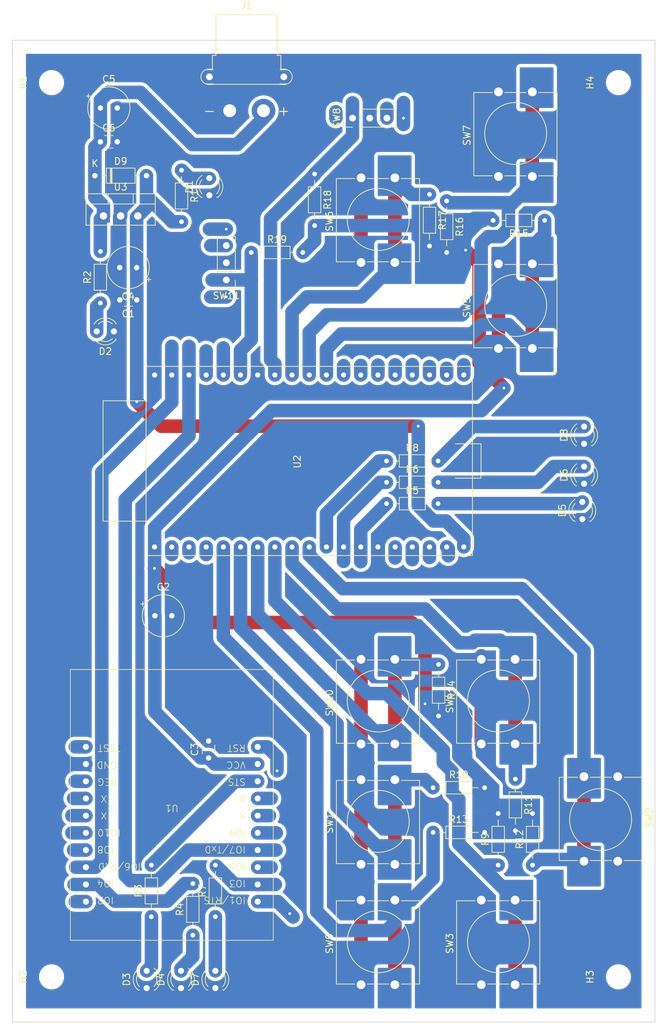
<source format=kicad_pcb>
(kicad_pcb (version 20221018) (generator pcbnew)
  (layers (0 "F.Cu" signal) (31 "B.Cu" signal) (34 "B.Paste" user) (35 "F.Paste" user) (36 "B.SilkS" user "B.Silkscreen") (37 "F.SilkS" user "F.Silkscreen") (38 "B.Mask" user) (39 "F.Mask" user) (44 "Edge.Cuts" user))
  (net 0 "")
  (net 1 "+3.3V")
  (net 2 "GND")
  (net 3 "+5V")
  (net 4 "+BATT")
  (net 5 "Net-(D1-A)")
  (net 6 "Net-(D2-A)")
  (net 7 "Net-(D3-A)")
  (net 8 "Net-(D4-A)")
  (net 9 "Net-(D5-A)")
  (net 10 "Net-(D6-A)")
  (net 11 "Net-(D7-A)")
  (net 12 "sw1")
  (net 13 "sw2")
  (net 14 "sw3")
  (net 15 "sw4")
  (net 16 "sw5")
  (net 17 "sw6")
  (net 18 "sw7")
  (net 19 "sw8")
  (net 20 "sw9")
  (net 21 "LED1")
  (net 22 "LED2")
  (net 23 "LED3")
  (net 24 "STATUS")
  (net 25 "SLEEP")
  (net 26 "XMIT")
  (net 27 "unconnected-(U2-MTCK{slash}GPIO13{slash}13-Pad15)")
  (net 28 "unconnected-(U2-SHD{slash}SD3{slash}SD_DATA_3{slash}D3-Pad17)")
  (net 29 "unconnected-(U2-SHD{slash}SD2{slash}SD_DATA_2{slash}D2-Pad16)")
  (net 30 "unconnected-(U2-SENSOR_VN{slash}VN-Pad4)")
  (net 31 "unconnected-(U2-EN-Pad2)")
  (net 32 "unconnected-(U2-SENSOR_VP{slash}VP-Pad3)")
  (net 33 "unconnected-(U2-SCS{slash}CMD{slash}CD_CMD-Pad18)")
  (net 34 "unconnected-(U2-16{slash}GPIO16-Pad27)")
  (net 35 "IM920TX")
  (net 36 "BUSY")
  (net 37 "sw11")
  (net 38 "unconnected-(SW11-S-Pad3)")
  (net 39 "unconnected-(U2-15{slash}GPIO15{slash}MTDO-Pad23)")
  (net 40 "IM920RX")
  (net 41 "unconnected-(U2-2{slash}GPIO2-Pad24)")
  (net 42 "unconnected-(U2-0{slash}GPIO0-Pad25)")
  (net 43 "unconnected-(U2-SD_DATA_0{slash}SDI{slash}SD1-Pad21)")
  (net 44 "unconnected-(U2-SD_SATA_1{slash}SDO{slash}SD0-Pad22)")
  (net 45 "RESET")
  (net 46 "unconnected-(U2-CD_CLK{slash}SDK{slash}SLK-Pad20)")
  (net 47 "REG")
  (net 48 "Net-(D8-A)")
  (net 49 "unconnected-(SW8-S-Pad3)")
  (net 50 "unconnected-(U1-IO2-Pad2)")
  (net 51 "unconnected-(U1-IO5-Pad5)")
  (net 52 "unconnected-(U1-IO8-Pad8)")
  (net 53 "unconnected-(U1-IO9-Pad9)")
  (net 54 "unconnected-(U1-IO10-Pad10)")
  (net 55 "unconnected-(U1-NC-Pad11)")
  (net 56 "unconnected-(U1-NC-Pad12)")
  (net 57 "unconnected-(U1-NC-Pad13)")
  (net 58 "unconnected-(U1-NC-Pad14)")
  (net 59 "unconnected-(U1-TEST-Pad20)")
  (net 60 "sw10")
  (net 61 "unconnected-(U2-4{slash}GPIO4-Pad26)")
  (net 62 "unconnected-(U2-RX{slash}UORXD-Pad34)")
  (net 63 "unconnected-(U2-TX{slash}UOTXD-Pad35)")
  (footprint "Resistor_THT:R_Axial_DIN0204_L3.6mm_D1.6mm_P7.62mm_Horizontal" (layer "F.Cu") (at 135.99 56.139261)
    (fp_text reference "R19")
    (fp_text value "10k")
  )
  (footprint "Resistor_THT:R_Axial_DIN0204_L3.6mm_D1.6mm_P7.62mm_Horizontal" (layer "F.Cu") (at 162.87 141.8)
    (fp_text reference "R13")
    (fp_text value "10k")
  )
  (footprint "ESP32_fot:ESP32" (layer "F.Cu") (at 144.56 86.94 90)
    (fp_text reference "U2")
    (fp_text value "ESP32")
  )
  (footprint "MountingHole:MountingHole_3.2mm_M3" (layer "F.Cu") (at 106.46 163.14 90)
    (fp_text reference "H2")
    (fp_text value "MountingHole")
  )
  (footprint "Button_Switch_THT:SW_PUSH-12mm" (layer "F.Cu") (at 190.18 133.56 -90)
    (fp_text reference "SW2")
    (fp_text value "SW_DIP_x01")
  )
  (footprint "Resistor_THT:R_Axial_DIN0204_L3.6mm_D1.6mm_P7.62mm_Horizontal" (layer "F.Cu") (at 163.68 116.99 -90)
    (fp_text reference "R14")
    (fp_text value "10k")
  )
  (footprint "Resistor_THT:R_Axial_DIN0204_L3.6mm_D1.6mm_P7.62mm_Horizontal" (layer "F.Cu") (at 155.99 86.94)
    (fp_text reference "R8")
    (fp_text value "1k")
  )
  (footprint "Button_Switch_THT:SW_PUSH-12mm" (layer "F.Cu") (at 152.22 57.62 90)
    (fp_text reference "SW6")
    (fp_text value "SW_DIP_x01")
  )
  (footprint "LED_THT:LED_D3.0mm" (layer "F.Cu") (at 120.52 164.8 90)
    (fp_text reference "D3")
    (fp_text value "LED")
  )
  (footprint "Capacitor_THT:C_Disc_D3.0mm_W1.6mm_P2.50mm" (layer "F.Cu") (at 113.68 39.8)
    (fp_text reference "C6")
    (fp_text value "0.1μ")
  )
  (footprint "MountingHole:MountingHole_3.2mm_M3" (layer "F.Cu") (at 190.28 163.14 90)
    (fp_text reference "H3")
    (fp_text value "MountingHole")
  )
  (footprint "Capacitor_THT:C_Disc_D3.0mm_W1.6mm_P2.50mm" (layer "F.Cu") (at 119.059749 63.150595 180)
    (fp_text reference "C1")
    (fp_text value "0.1μ")
  )
  (footprint "Resistor_THT:R_Axial_DIN0204_L3.6mm_D1.6mm_P7.62mm_Horizontal" (layer "F.Cu") (at 113.68 63.61 90)
    (fp_text reference "R2")
    (fp_text value "R")
  )
  (footprint "Resistor_THT:R_Axial_DIN0204_L3.6mm_D1.6mm_P7.62mm_Horizontal" (layer "F.Cu") (at 155.99 90.09)
    (fp_text reference "R6")
    (fp_text value "1k")
  )
  (footprint "MountingHole:MountingHole_3.2mm_M3" (layer "F.Cu") (at 106.46 31.06 90)
    (fp_text reference "H1")
    (fp_text value "MountingHole")
  )
  (footprint "Connector_PinHeader_2.54mm:PinHeader_1x03_P2.54mm_Vertical" (layer "F.Cu") (at 132.3 60.2 180)
    (fp_text reference "SW11")
    (fp_text value "TOGGLE")
  )
  (footprint "Package_TO_SOT_THT:TO-220-3_Vertical" (layer "F.Cu") (at 114.14 50.745)
    (fp_text reference "U3")
    (fp_text value "LM7805_TO220")
  )
  (footprint "Diode_THT:D_DO-35_SOD27_P7.62mm_Horizontal" (layer "F.Cu") (at 112.87 44.8)
    (fp_text reference "D9")
    (fp_text value "D")
  )
  (footprint "Button_Switch_THT:SW_PUSH-12mm" (layer "F.Cu") (at 172.54 70.32 90)
    (fp_text reference "SW5")
    (fp_text value "SW_DIP_x01")
  )
  (footprint "LED_THT:LED_D3.0mm" (layer "F.Cu") (at 130.68 164.8 90)
    (fp_text reference "D7")
    (fp_text value "LED")
  )
  (footprint "Resistor_THT:R_Axial_DIN0204_L3.6mm_D1.6mm_P7.62mm_Horizontal" (layer "F.Cu") (at 162.34 47.57 -90)
    (fp_text reference "R17")
    (fp_text value "10k")
  )
  (footprint "Resistor_THT:R_Axial_DIN0204_L3.6mm_D1.6mm_P7.62mm_Horizontal" (layer "F.Cu") (at 162.87 135.2)
    (fp_text reference "R10")
    (fp_text value "10k")
  )
  (footprint "Capacitor_THT:CP_Radial_Tantal_D6.0mm_P2.50mm" (layer "F.Cu") (at 121.74 109.8)
    (fp_text reference "C2")
    (fp_text value "10μ")
  )
  (footprint "Resistor_THT:R_Axial_DIN0204_L3.6mm_D1.6mm_P7.62mm_Horizontal" (layer "F.Cu") (at 155.99 93.24)
    (fp_text reference "R5")
    (fp_text value "1k")
  )
  (footprint "Resistor_THT:R_Axial_DIN0204_L3.6mm_D1.6mm_P7.62mm_Horizontal" (layer "F.Cu") (at 127.35 156.98 90)
    (fp_text reference "R4")
    (fp_text value "R")
  )
  (footprint "LED_THT:LED_D3.0mm" (layer "F.Cu") (at 184.94 95.53 90)
    (fp_text reference "D5")
    (fp_text value "LED")
  )
  (footprint "Capacitor_THT:CP_Radial_Tantal_D6.0mm_P2.50mm" (layer "F.Cu") (at 113.68 34.8)
    (fp_text reference "C5")
    (fp_text value "10μ")
  )
  (footprint "Button_Switch_THT:SW_PUSH-12mm" (layer "F.Cu") (at 152.22 128.74 90)
    (fp_text reference "SW10")
    (fp_text value "SW_DIP_x01")
  )
  (footprint "Resistor_THT:R_Axial_DIN0204_L3.6mm_D1.6mm_P7.62mm_Horizontal" (layer "F.Cu") (at 164.88 48.526 -90)
    (fp_text reference "R16")
    (fp_text value "10k")
  )
  (footprint "Capacitor_THT:CP_Radial_Tantal_D6.0mm_P2.50mm" (layer "F.Cu") (at 119.04 58.38 180)
    (fp_text reference "C4")
    (fp_text value "10μ")
  )
  (footprint "Button_Switch_THT:SW_PUSH-12mm" (layer "F.Cu") (at 172.54 44.92 90)
    (fp_text reference "SW7")
    (fp_text value "SW_DIP_x01")
  )
  (footprint "LED_THT:LED_D3.0mm" (layer "F.Cu") (at 185.2 84.4 90)
    (fp_text reference "D8")
    (fp_text value "LED")
  )
  (footprint "Button_Switch_THT:SW_PUSH-12mm" (layer "F.Cu") (at 170 164.3 90)
    (fp_text reference "SW3")
    (fp_text value "SW_DIP_x01")
  )
  (footprint "Capacitor_THT:C_Disc_D3.0mm_W1.6mm_P2.50mm" (layer "F.Cu") (at 129.68 130.8 90)
    (fp_text reference "C3")
    (fp_text value "0.1μ")
  )
  (footprint "Button_Switch_THT:SW_PUSH-12mm" (layer "F.Cu") (at 170 128.74 90)
    (fp_text reference "SW4")
    (fp_text value "SW_DIP_x01")
  )
  (footprint "LED_THT:LED_D3.0mm" (layer "F.Cu") (at 125.6 164.8 90)
    (fp_text reference "D4")
    (fp_text value "LED")
  )
  (footprint "Resistor_THT:R_Axial_DIN0204_L3.6mm_D1.6mm_P7.62mm_Horizontal" (layer "F.Cu") (at 179.365723 51.407958 180)
    (fp_text reference "R15")
    (fp_text value "10k")
  )
  (footprint "Button_Switch_THT:SW_PUSH-12mm" (layer "F.Cu") (at 152.22 164.3 90)
    (fp_text reference "SW9")
    (fp_text value "SW_DIP_x01")
  )
  (footprint "Resistor_THT:R_Axial_DIN0204_L3.6mm_D1.6mm_P7.62mm_Horizontal" (layer "F.Cu") (at 130.68 154.25 90)
    (fp_text reference "R7")
    (fp_text value "R")
  )
  (footprint "LED_THT:LED_D3.0mm" (layer "F.Cu") (at 185.2 90.3 90)
    (fp_text reference "D6")
    (fp_text value "LED")
  )
  (footprint "Resistor_THT:R_Axial_DIN0204_L3.6mm_D1.6mm_P7.62mm_Horizontal" (layer "F.Cu") (at 125.68 43.99 -90)
    (fp_text reference "R1")
    (fp_text value "R")
  )
  (footprint "MountingHole:MountingHole_3.2mm_M3" (layer "F.Cu") (at 190.28 31.06 90)
    (fp_text reference "H4")
    (fp_text value "MountingHole")
  )
  (footprint "Resistor_THT:R_Axial_DIN0204_L3.6mm_D1.6mm_P7.62mm_Horizontal" (layer "F.Cu") (at 172.5 146.63 90)
    (fp_text reference "R9")
    (fp_text value "10k")
  )
  (footprint "interplan:IM920c-ADP_1" (layer "F.Cu") (at 124.24 137.74 180)
    (fp_text reference "U1")
    (fp_text value "IM920sL")
  )
  (footprint "LED_THT:LED_D3.0mm" (layer "F.Cu") (at 129.8 47.7 90)
    (fp_text reference "D1")
    (fp_text value "LED")
  )
  (footprint "Connector_PinHeader_2.54mm:PinHeader_1x03_P2.54mm_Vertical" (layer "F.Cu") (at 150.96 36.3 90)
    (fp_text reference "SW8")
    (fp_text value "TOGGLE")
  )
  (footprint "Resistor_THT:R_Axial_DIN0204_L3.6mm_D1.6mm_P7.62mm_Horizontal" (layer "F.Cu") (at 175.04 133.93 -90)
    (fp_text reference "R11")
    (fp_text value "10k")
  )
  (footprint "Resistor_THT:R_Axial_DIN0204_L3.6mm_D1.6mm_P7.62mm_Horizontal" (layer "F.Cu") (at 145.35 44.55 -90)
    (fp_text reference "R18")
    (fp_text value "10k")
  )
  (footprint "LED_THT:LED_D3.0mm" (layer "F.Cu") (at 115.68 67.8 180)
    (fp_text reference "D2")
    (fp_text value "LED")
  )
  (footprint "Connector_AMASS:AMASS_XT30PW-F_1x02_P2.50mm_Horizontal" (layer "F.Cu") (at 132.8 35.2)
    (fp_text reference "J1")
    (fp_text value "Conn_01x02")
  )
  (footprint "Button_Switch_THT:SW_PUSH-12mm" (layer "F.Cu") (at 152.22 146.52 90)
    (fp_text reference "SW1")
    (fp_text value "SW_DIP_x01")
  )
  (footprint "Resistor_THT:R_Axial_DIN0204_L3.6mm_D1.6mm_P7.62mm_Horizontal" (layer "F.Cu") (at 177.58 146.63 90)
    (fp_text reference "R12")
    (fp_text value "10k")
  )
  (footprint "Resistor_THT:R_Axial_DIN0204_L3.6mm_D1.6mm_P7.62mm_Horizontal" (layer "F.Cu") (at 121.22 154.25 90)
    (fp_text reference "R3")
    (fp_text value "R")
  )
  (gr_rect (start 100.68 24.8) (end 195.68 169.8) (stroke (width 0.1)) (fill none) (layer "Edge.Cuts"))
  (via (at 148.5 36.3) (size 0.8) (drill 0.4) (layers "F.Cu" "B.Cu") (net 0))
  (via (at 158.5 36.3) (size 0.8) (drill 0.4) (layers "F.Cu" "B.Cu") (net 0))
  (via (at 132.3 52.7) (size 0.8) (drill 0.4) (layers "F.Cu" "B.Cu") (net 0))
  (via (at 132.3 62.7) (size 0.8) (drill 0.4) (layers "F.Cu" "B.Cu") (net 0))
  (segment (start 158.5 36.3) (end 158.5 34) (width 2) (layer "B.Cu") (net 0))
  (segment (start 132.278533 62.721467) (end 130 62.721467) (width 2) (layer "B.Cu") (net 0))
  (segment (start 132.3 52.7) (end 129.8 52.7) (width 2) (layer "B.Cu") (net 0))
  (segment (start 158.5 36.3) (end 158.5 37.232) (width 2) (layer "B.Cu") (net 0))
  (segment (start 132.3 62.7) (end 132.278533 62.721467) (width 2) (layer "B.Cu") (net 0))
  (segment (start 148.5 36.3) (end 148.5 35.36) (width 2) (layer "B.Cu") (net 0))
  (segment (start 167.68 55.8) (end 169.68 57.8) (width 2) (layer "F.Cu") (net 1))
  (segment (start 173.35 76.17) (end 169.68 72.5) (width 2) (layer "F.Cu") (net 1))
  (segment (start 161.68 112.8) (end 161.68 122.8) (width 2) (layer "F.Cu") (net 1))
  (segment (start 159.68 110.8) (end 161.68 112.8) (width 2) (layer "F.Cu") (net 1))
  (segment (start 169.68 72.5) (end 169.68 57.8) (width 2) (layer "F.Cu") (net 1))
  (segment (start 129.68 110.8) (end 159.68 110.8) (width 2) (layer "F.Cu") (net 1))
  (segment (start 121.68 102.8) (end 129.68 110.8) (width 2) (layer "F.Cu") (net 1))
  (via (at 173.35 76.17) (size 0.8) (drill 0.4) (layers "F.Cu" "B.Cu") (net 1))
  (via (at 161.68 122.8) (size 0.8) (drill 0.4) (layers "F.Cu" "B.Cu") (net 1))
  (via (at 121.68 102.8) (size 0.8) (drill 0.4) (layers "F.Cu" "B.Cu") (net 1))
  (via (at 167.68 55.8) (size 0.8) (drill 0.4) (layers "F.Cu" "B.Cu") (net 1))
  (segment (start 168.97 51.1) (end 171.402042 51.1) (width 2) (layer "B.Cu") (net 1))
  (segment (start 177.58 139.01) (end 175.04 141.55) (width 2) (layer "B.Cu") (net 1))
  (segment (start 145.35 54.399261) (end 143.61 56.139261) (width 2) (layer "B.Cu") (net 1))
  (segment (start 173.35 76.17) (end 170.02 79.5) (width 2) (layer "B.Cu") (net 1))
  (segment (start 162.34 56.46) (end 164.88 59) (width 2) (layer "B.Cu") (net 1))
  (segment (start 165.475 54.595) (end 168.97 51.1) (width 2) (layer "B.Cu") (net 1))
  (segment (start 145.35 52.17) (end 162.3 52.17) (width 2) (layer "B.Cu") (net 1))
  (segment (start 170.49 141.8) (end 170.49 141.02) (width 2) (layer "B.Cu") (net 1))
  (segment (start 121.7 102.82) (end 121.7 109.76) (width 2) (layer "B.Cu") (net 1))
  (segment (start 136.94 131.71) (end 130.59 131.71) (width 2) (layer "B.Cu") (net 1))
  (segment (start 128.54863 130.8) (end 121.74 123.99137) (width 2) (layer "B.Cu") (net 1))
  (segment (start 121.7 109.76) (end 121.74 109.8) (width 2) (layer "B.Cu") (net 1))
  (segment (start 164.88 57.78) (end 164.88 59) (width 2) (layer "B.Cu") (net 1))
  (segment (start 164.88 55.19) (end 165.475 54.595) (width 2) (layer "B.Cu") (net 1))
  (segment (start 171.402042 51.1) (end 171.71 51.407958) (width 2) (layer "B.Cu") (net 1))
  (segment (start 170.49 134.357308) (end 166.68 130.547308) (width 2) (layer "B.Cu") (net 1))
  (segment (start 166.475 54.595) (end 165.475 54.595) (width 2) (layer "B.Cu") (net 1))
  (segment (start 121.74 123.99137) (end 121.74 109.8) (width 2) (layer "B.Cu") (net 1))
  (segment (start 166.68 130.547308) (end 166.68 127.61) (width 2) (layer "B.Cu") (net 1))
  (segment (start 170.02 79.5) (end 138.99 79.5) (width 2) (layer "B.Cu") (net 1))
  (segment (start 170.49 135.2) (end 170.49 134.357308) (width 2) (layer "B.Cu") (net 1))
  (segment (start 166.68 127.61) (end 163.68 124.61) (width 2) (layer "B.Cu") (net 1))
  (segment (start 164.88 59) (end 164.88 55.19) (width 2) (layer "B.Cu") (net 1))
  (segment (start 145.35 52.17) (end 145.35 54.399261) (width 2) (layer "B.Cu") (net 1))
  (segment (start 138.99 79.5) (end 121.7 96.79) (width 2) (layer "B.Cu") (net 1))
  (segment (start 121.68 102.8) (end 121.7 102.82) (width 2) (layer "B.Cu") (net 1))
  (segment (start 130.59 131.71) (end 129.68 130.8) (width 2) (layer "B.Cu") (net 1))
  (segment (start 170.49 135.2) (end 170.49 137) (width 2) (layer "B.Cu") (net 1))
  (segment (start 162.3 55.2) (end 164.88 57.78) (width 2) (layer "B.Cu") (net 1))
  (segment (start 167.68 55.8) (end 166.475 54.595) (width 2) (layer "B.Cu") (net 1))
  (segment (start 129.68 130.8) (end 128.54863 130.8) (width 2) (layer "B.Cu") (net 1))
  (segment (start 121.7 99.64) (end 121.7 102.78) (width 2) (layer "B.Cu") (net 1))
  (segment (start 162.3 52.17) (end 162.3 55.2) (width 2) (layer "B.Cu") (net 1))
  (segment (start 175.04 141.55) (end 172.5 139.01) (width 2) (layer "B.Cu") (net 1))
  (segment (start 170.49 137) (end 172.5 139.01) (width 2) (layer "B.Cu") (net 1))
  (segment (start 170.49 141.02) (end 172.5 139.01) (width 2) (layer "B.Cu") (net 1))
  (segment (start 121.7 102.78) (end 121.68 102.8) (width 2) (layer "B.Cu") (net 1))
  (segment (start 162.34 55.19) (end 162.34 56.46) (width 2) (layer "B.Cu") (net 1))
  (segment (start 121.7 96.79) (end 121.7 99.64) (width 2) (layer "B.Cu") (net 1))
  (segment (start 152.22 57.62) (end 152.22 45.12) (width 2) (layer "F.Cu") (net 2))
  (segment (start 170 164.3) (end 170 151.8) (width 2) (layer "F.Cu") (net 2))
  (segment (start 172.54 44.92) (end 172.54 32.42) (width 2) (layer "F.Cu") (net 2))
  (segment (start 172.54 70.32) (end 172.54 57.82) (width 2) (layer "F.Cu") (net 2))
  (segment (start 152.22 146.52) (end 152.22 134.02) (width 2) (layer "F.Cu") (net 2))
  (segment (start 152.22 164.3) (end 152.22 151.8) (width 2) (layer "F.Cu") (net 2))
  (segment (start 170 128.74) (end 170 116.24) (width 2) (layer "F.Cu") (net 2))
  (segment (start 190.18 146.06) (end 190.18 133.56) (width 2) (layer "F.Cu") (net 2))
  (segment (start 152.22 128.74) (end 152.22 116.24) (width 2) (layer "F.Cu") (net 2))
  (segment (start 116.18 34.8) (end 116.68 35.3) (width 2) (layer "B.Cu") (net 2))
  (segment (start 144.8 30.2) (end 140.8 30.2) (width 2) (layer "B.Cu") (net 2))
  (segment (start 153.5 36.3) (end 153.5 35.28) (width 2) (layer "B.Cu") (net 2))
  (segment (start 124.8 30.2) (end 129.8 30.2) (width 2) (layer "B.Cu") (net 2))
  (segment (start 116.68 39.8) (end 116.68 50.745) (width 2) (layer "B.Cu") (net 2))
  (segment (start 154.72 101.524) (end 154.72 99.64) (width 2) (layer "B.Cu") (net 2))
  (segment (start 152.22 134.02) (end 152.22 128.74) (width 2) (layer "B.Cu") (net 2))
  (segment (start 116.68 35.3) (end 116.68 39.8) (width 2) (layer "B.Cu") (net 2))
  (segment (start 116.559749 58.399749) (end 116.54 58.38) (width 2) (layer "B.Cu") (net 2))
  (segment (start 121.7 74.24) (end 121.7 70) (width 2) (layer "B.Cu") (net 2))
  (segment (start 136.94 74.24) (end 136.94 73.33) (width 2) (layer "B.Cu") (net 2))
  (segment (start 129.8 30.2) (end 140.8 30.2) (width 2) (layer "B.Cu") (net 2))
  (segment (start 116.18 39.8) (end 116.68 39.8) (width 2) (layer "B.Cu") (net 2))
  (segment (start 116.54 58.38) (end 116.54 50.885) (width 2) (layer "B.Cu") (net 2))
  (segment (start 152.22 151.8) (end 152.22 146.52) (width 2) (layer "B.Cu") (net 2))
  (segment (start 116.559749 63.150595) (end 116.559749 58.399749) (width 2) (layer "B.Cu") (net 2))
  (segment (start 116.54 50.885) (end 116.68 50.745) (width 2) (layer "B.Cu") (net 2))
  (segment (start 132.3 57.66) (end 130 57.66) (width 2) (layer "B.Cu") (net 2))
  (segment (start 160.68 81.8) (end 122.68 81.8) (width 2) (layer "F.Cu") (net 3))
  (segment (start 122.68 81.8) (end 119.059749 78.179749) (width 2) (layer "F.Cu") (net 3))
  (via (at 119.059749 78.179749) (size 0.8) (drill 0.4) (layers "F.Cu" "B.Cu") (net 3))
  (via (at 160.68 81.8) (size 0.8) (drill 0.4) (layers "F.Cu" "B.Cu") (net 3))
  (segment (start 119.04 50.925) (end 119.22 50.745) (width 2) (layer "B.Cu") (net 3))
  (segment (start 119.04 58.38) (end 119.04 50.925) (width 2) (layer "B.Cu") (net 3))
  (segment (start 120.49 44.8) (end 120.49 47.8) (width 2) (layer "B.Cu") (net 3))
  (segment (start 162.917309 95.8) (end 160.68 93.562691) (width 2) (layer "B.Cu") (net 3))
  (segment (start 119.059749 78.179749) (end 119.059749 63.150595) (width 2) (layer "B.Cu") (net 3))
  (segment (start 120.49 47.8) (end 120.49 49.475) (width 2) (layer "B.Cu") (net 3))
  (segment (start 120.49 49.475) (end 119.22 50.745) (width 2) (layer "B.Cu") (net 3))
  (segment (start 119.059749 58.399749) (end 119.04 58.38) (width 2) (layer "B.Cu") (net 3))
  (segment (start 125.68 51.61) (end 124.3 51.61) (width 2) (layer "B.Cu") (net 3))
  (segment (start 167.42 98.437919) (end 164.782081 95.8) (width 2) (layer "B.Cu") (net 3))
  (segment (start 119.059749 63.150595) (end 119.059749 58.399749) (width 2) (layer "B.Cu") (net 3))
  (segment (start 167.42 99.64) (end 167.42 98.437919) (width 2) (layer "B.Cu") (net 3))
  (segment (start 164.782081 95.8) (end 162.917309 95.8) (width 2) (layer "B.Cu") (net 3))
  (segment (start 160.68 93.562691) (end 160.68 81.8) (width 2) (layer "B.Cu") (net 3))
  (segment (start 124.3 51.61) (end 120.49 47.8) (width 2) (layer "B.Cu") (net 3))
  (segment (start 112.87 47.99) (end 112.87 44.8) (width 2) (layer "B.Cu") (net 4))
  (segment (start 112.87 44.8) (end 112.87 40.61) (width 2) (layer "B.Cu") (net 4))
  (segment (start 112.87 40.61) (end 113.68 39.8) (width 2) (layer "B.Cu") (net 4))
  (segment (start 127.3 40.2) (end 133.9 40.2) (width 2) (layer "B.Cu") (net 4))
  (segment (start 114.14 50.745) (end 114.14 49.26) (width 2) (layer "B.Cu") (net 4))
  (segment (start 113.68 34.8) (end 113.68 33.66863) (width 2) (layer "B.Cu") (net 4))
  (segment (start 113.68 33.66863) (end 114.84863 32.5) (width 2) (layer "B.Cu") (net 4))
  (segment (start 137.8 36.3) (end 137.8 35.2) (width 2) (layer "B.Cu") (net 4))
  (segment (start 119.6 32.5) (end 127.3 40.2) (width 2) (layer "B.Cu") (net 4))
  (segment (start 113.68 55.99) (end 113.68 51.205) (width 2) (layer "B.Cu") (net 4))
  (segment (start 133.9 40.2) (end 137.8 36.3) (width 2) (layer "B.Cu") (net 4))
  (segment (start 113.68 34.8) (end 113.68 39.8) (width 2) (layer "B.Cu") (net 4))
  (segment (start 113.68 51.205) (end 114.14 50.745) (width 2) (layer "B.Cu") (net 4))
  (segment (start 114.84863 32.5) (end 119.6 32.5) (width 2) (layer "B.Cu") (net 4))
  (segment (start 114.14 49.26) (end 112.87 47.99) (width 2) (layer "B.Cu") (net 4))
  (segment (start 126.89 45.2) (end 129.8 45.2) (width 2) (layer "B.Cu") (net 5))
  (segment (start 125.68 43.99) (end 126.89 45.2) (width 2) (layer "B.Cu") (net 5))
  (segment (start 113.14 64.15) (end 113.14 67.8) (width 2) (layer "B.Cu") (net 6))
  (segment (start 113.68 63.61) (end 113.14 64.15) (width 2) (layer "B.Cu") (net 6))
  (segment (start 121.231331 154.261331) (end 121.22 154.25) (width 2) (layer "B.Cu") (net 7))
  (segment (start 121.231331 161.548669) (end 121.231331 154.261331) (width 2) (layer "B.Cu") (net 7))
  (segment (start 120.52 162.26) (end 121.231331 161.548669) (width 2) (layer "B.Cu") (net 7))
  (segment (start 127.35 160.15) (end 125.6 161.9) (width 2) (layer "B.Cu") (net 8))
  (segment (start 127.35 156.98) (end 127.35 160.15) (width 2) (layer "B.Cu") (net 8))
  (segment (start 125.6 161.9) (end 125.6 162.26) (width 2) (layer "B.Cu") (net 8))
  (segment (start 163.61 93.24) (end 184.69 93.24) (width 2) (layer "B.Cu") (net 9))
  (segment (start 184.69 93.24) (end 184.94 92.99) (width 2) (layer "B.Cu") (net 9))
  (segment (start 180.72 87.76) (end 185.2 87.76) (width 2) (layer "B.Cu") (net 10))
  (segment (start 163.61 90.09) (end 178.39 90.09) (width 2) (layer "B.Cu") (net 10))
  (segment (start 178.39 90.09) (end 180.72 87.76) (width 2) (layer "B.Cu") (net 10))
  (segment (start 130.68 162.26) (end 130.68 154.25) (width 2) (layer "B.Cu") (net 11))
  (segment (start 157.22 146.52) (end 157.22 134.02) (width 2) (layer "F.Cu") (net 12))
  (segment (start 157.22 134.02) (end 161.69 134.02) (width 2) (layer "B.Cu") (net 12))
  (segment (start 148.68 137.98) (end 148.68 125.8) (width 2) (layer "B.Cu") (net 12))
  (segment (start 148.68 125.8) (end 134.4 111.52) (width 2) (layer "B.Cu") (net 12))
  (segment (start 134.4 111.52) (end 134.4 99.64) (width 2) (layer "B.Cu") (net 12))
  (segment (start 157.22 146.52) (end 148.68 137.98) (width 2) (layer "B.Cu") (net 12))
  (segment (start 161.69 134.02) (end 162.87 135.2) (width 2) (layer "B.Cu") (net 12))
  (segment (start 185.18 146.06) (end 185.18 133.56) (width 2) (layer "F.Cu") (net 13))
  (segment (start 177.58 146.63) (end 178.41 145.8) (width 2) (layer "B.Cu") (net 13))
  (segment (start 149.517919 105.8) (end 144.56 100.842081) (width 2) (layer "B.Cu") (net 13))
  (segment (start 184.92 145.8) (end 185.18 146.06) (width 2) (layer "B.Cu") (net 13))
  (segment (start 185.18 114.98) (end 176 105.8) (width 2) (layer "B.Cu") (net 13))
  (segment (start 176 105.8) (end 149.517919 105.8) (width 2) (layer "B.Cu") (net 13))
  (segment (start 185.18 133.56) (end 185.18 114.98) (width 2) (layer "B.Cu") (net 13))
  (segment (start 178.41 145.8) (end 184.92 145.8) (width 2) (layer "B.Cu") (net 13))
  (segment (start 144.56 100.842081) (end 144.56 99.64) (width 2) (layer "B.Cu") (net 13))
  (segment (start 175 164.3) (end 175 151.8) (width 2) (layer "F.Cu") (net 14))
  (segment (start 165.68 135.958428) (end 165.68 132.8) (width 2) (layer "B.Cu") (net 14))
  (segment (start 139.48 107.6) (end 139.48 99.64) (width 2) (layer "B.Cu") (net 14))
  (segment (start 156.012813 121.3) (end 153.18 121.3) (width 2) (layer "B.Cu") (net 14))
  (segment (start 172.5 146.63) (end 170.85 146.63) (width 2) (layer "B.Cu") (net 14))
  (segment (start 164.38 129.667187) (end 156.012813 121.3) (width 2) (layer "B.Cu") (net 14))
  (segment (start 170.34 147.14) (end 166.68 143.48) (width 2) (layer "B.Cu") (net 14))
  (segment (start 166.68 136.958428) (end 165.68 135.958428) (width 2) (layer "B.Cu") (net 14))
  (segment (start 165.68 132.8) (end 164.38 131.5) (width 2) (layer "B.Cu") (net 14))
  (segment (start 175 151.8) (end 170.34 147.14) (width 2) (layer "B.Cu") (net 14))
  (segment (start 153.18 121.3) (end 139.48 107.6) (width 2) (layer "B.Cu") (net 14))
  (segment (start 166.68 143.48) (end 166.68 136.958428) (width 2) (layer "B.Cu") (net 14))
  (segment (start 164.38 131.5) (end 164.38 129.667187) (width 2) (layer "B.Cu") (net 14))
  (segment (start 170.85 146.63) (end 170.34 147.14) (width 2) (layer "B.Cu") (net 14))
  (segment (start 175 128.74) (end 175 116.24) (width 2) (layer "F.Cu") (net 15))
  (segment (start 166.68 113.8) (end 161.68 108.8) (width 2) (layer "B.Cu") (net 15))
  (segment (start 148.68 108.8) (end 142.02 102.14) (width 2) (layer "B.Cu") (net 15))
  (segment (start 175.04 133.93) (end 175.04 128.78) (width 2) (layer "B.Cu") (net 15))
  (segment (start 168.694375 113.8) (end 166.68 113.8) (width 2) (layer "B.Cu") (net 15))
  (segment (start 169.078375 113.416) (end 168.694375 113.8) (width 2) (layer "B.Cu") (net 15))
  (segment (start 175 116.24) (end 175 115.641) (width 2) (layer "B.Cu") (net 15))
  (segment (start 161.68 108.8) (end 148.68 108.8) (width 2) (layer "B.Cu") (net 15))
  (segment (start 175.04 128.78) (end 175 128.74) (width 2) (layer "B.Cu") (net 15))
  (segment (start 142.02 102.14) (end 142.02 99.64) (width 2) (layer "B.Cu") (net 15))
  (segment (start 172.775 113.416) (end 169.078375 113.416) (width 2) (layer "B.Cu") (net 15))
  (segment (start 175 115.641) (end 172.775 113.416) (width 2) (layer "B.Cu") (net 15))
  (segment (start 177.54 70.32) (end 177.54 57.82) (width 2) (layer "F.Cu") (net 16))
  (segment (start 147.1 70.4) (end 147.1 74.24) (width 2) (layer "B.Cu") (net 16))
  (segment (start 179.365723 53.434277) (end 179.365723 51.407958) (width 2) (layer "B.Cu") (net 16))
  (segment (start 177.54 57.82) (end 177.54 55.26) (width 2) (layer "B.Cu") (net 16))
  (segment (start 177.54 70.32) (end 174.02 66.8) (width 2) (layer "B.Cu") (net 16))
  (segment (start 177.54 55.26) (end 179.365723 53.434277) (width 2) (layer "B.Cu") (net 16))
  (segment (start 170 66.8) (end 168.61 68.19) (width 2) (layer "B.Cu") (net 16))
  (segment (start 168.61 68.19) (end 149.31 68.19) (width 2) (layer "B.Cu") (net 16))
  (segment (start 149.31 68.19) (end 147.1 70.4) (width 2) (layer "B.Cu") (net 16))
  (segment (start 174.02 66.8) (end 170 66.8) (width 2) (layer "B.Cu") (net 16))
  (segment (start 157.22 57.62) (end 157.22 45.12) (width 2) (layer "F.Cu") (net 17))
  (segment (start 159.67 47.57) (end 157.22 45.12) (width 2) (layer "B.Cu") (net 17))
  (segment (start 142.02 74.24) (end 142.02 64.92) (width 2) (layer "B.Cu") (net 17))
  (segment (start 152.3 62.7) (end 157.3 57.7) (width 2) (layer "B.Cu") (net 17))
  (segment (start 142.02 64.92) (end 144.24 62.7) (width 2) (layer "B.Cu") (net 17))
  (segment (start 144.24 62.7) (end 152.3 62.7) (width 2) (layer "B.Cu") (net 17))
  (segment (start 162.34 47.57) (end 159.67 47.57) (width 2) (layer "B.Cu") (net 17))
  (segment (start 157.22 57.62) (end 156.54 57.62) (width 2) (layer "B.Cu") (net 17))
  (segment (start 177.54 44.92) (end 177.54 32.42) (width 2) (layer "F.Cu") (net 18))
  (segment (start 174.01 52.63) (end 174.01 49.47) (width 2) (layer "B.Cu") (net 18))
  (segment (start 164.88 48.526) (end 165.154 48.8) (width 2) (layer "B.Cu") (net 18))
  (segment (start 144.56 74.24) (end 144.56 67.94) (width 2) (layer "B.Cu") (net 18))
  (segment (start 169.98 54.82) (end 171 53.8) (width 2) (layer "B.Cu") (net 18))
  (segment (start 167.141108 65.358892) (end 169.98 62.52) (width 2) (layer "B.Cu") (net 18))
  (segment (start 169.98 62.52) (end 169.98 54.82) (width 2) (layer "B.Cu") (net 18))
  (segment (start 177.54 45.94) (end 177.54 44.92) (width 2) (layer "B.Cu") (net 18))
  (segment (start 172.84 53.8) (end 174.01 52.63) (width 2) (layer "B.Cu") (net 18))
  (segment (start 171 53.8) (end 172.84 53.8) (width 2) (layer "B.Cu") (net 18))
  (segment (start 144.56 67.94) (end 147.141108 65.358892) (width 2) (layer "B.Cu") (net 18))
  (segment (start 165.154 48.8) (end 174.68 48.8) (width 2) (layer "B.Cu") (net 18))
  (segment (start 174.01 49.47) (end 174.68 48.8) (width 2) (layer "B.Cu") (net 18))
  (segment (start 174.68 48.8) (end 177.54 45.94) (width 2) (layer "B.Cu") (net 18))
  (segment (start 147.141108 65.358892) (end 167.141108 65.358892) (width 2) (layer "B.Cu") (net 18))
  (segment (start 150.96 36.3) (end 150.96 34.04) (width 2) (layer "B.Cu") (net 19))
  (segment (start 138.841873 51.158127) (end 145.35 44.65) (width 2) (layer "B.Cu") (net 19))
  (segment (start 145.35 44.55) (end 150.96 38.94) (width 2) (layer "B.Cu") (net 19))
  (segment (start 150.96 38.94) (end 150.96 36.3) (width 2) (layer "B.Cu") (net 19))
  (segment (start 138.841873 71.979182) (end 138.841873 51.158127) (width 2) (layer "B.Cu") (net 19))
  (segment (start 139.48 72.617309) (end 138.841873 71.979182) (width 2) (layer "B.Cu") (net 19))
  (segment (start 139.48 74.24) (end 139.48 72.617309) (width 2) (layer "B.Cu") (net 19))
  (segment (start 145.35 44.65) (end 145.35 44.55) (width 2) (layer "B.Cu") (net 19))
  (segment (start 157.22 164.3) (end 157.22 151.8) (width 2) (layer "F.Cu") (net 20))
  (segment (start 157.22 151.8) (end 159.68 151.8) (width 2) (layer "B.Cu") (net 20))
  (segment (start 131.86 112.98) (end 131.86 99.64) (width 2) (layer "B.Cu") (net 20))
  (segment (start 148.5 156.3) (end 145.68 153.48) (width 2) (layer "B.Cu") (net 20))
  (segment (start 157.22 151.8) (end 157.22 155.08) (width 2) (layer "B.Cu") (net 20))
  (segment (start 145.68 126.8) (end 131.86 112.98) (width 2) (layer "B.Cu") (net 20))
  (segment (start 157.22 155.08) (end 156 156.3) (width 2) (layer "B.Cu") (net 20))
  (segment (start 162.87 148.61) (end 162.87 141.8) (width 2) (layer "B.Cu") (net 20))
  (segment (start 145.68 153.48) (end 145.68 126.8) (width 2) (layer "B.Cu") (net 20))
  (segment (start 156 156.3) (end 148.5 156.3) (width 2) (layer "B.Cu") (net 20))
  (segment (start 159.68 151.8) (end 162.87 148.61) (width 2) (layer "B.Cu") (net 20))
  (segment (start 152.18 99.64) (end 152.18 101.820905) (width 2) (layer "B.Cu") (net 21))
  (segment (start 152.18 97.05) (end 152.18 99.64) (width 2) (layer "B.Cu") (net 21))
  (segment (start 155.99 93.24) (end 152.18 97.05) (width 2) (layer "B.Cu") (net 21))
  (segment (start 149.64 99.64) (end 149.64 95.450051) (width 2) (layer "B.Cu") (net 22))
  (segment (start 149.64 99.64) (end 149.64 101.765182) (width 2) (layer "B.Cu") (net 22))
  (segment (start 149.64 95.450051) (end 155.000051 90.09) (width 2) (layer "B.Cu") (net 22))
  (segment (start 155.000051 90.09) (end 155.99 90.09) (width 2) (layer "B.Cu") (net 22))
  (segment (start 147.1 99.64) (end 147.1 94.737359) (width 2) (layer "B.Cu") (net 23))
  (segment (start 154.897359 86.94) (end 155.99 86.94) (width 2) (layer "B.Cu") (net 23))
  (segment (start 147.1 94.737359) (end 154.897359 86.94) (width 2) (layer "B.Cu") (net 23))
  (segment (start 121.22 146.63) (end 133.6 134.25) (width 2) (layer "B.Cu") (net 24))
  (segment (start 133.6 134.25) (end 136.94 134.25) (width 2) (layer "B.Cu") (net 24))
  (segment (start 115.81 151.95) (end 123.57 151.95) (width 2) (layer "B.Cu") (net 25))
  (segment (start 113.35 149.49) (end 115.81 151.95) (width 2) (layer "B.Cu") (net 25))
  (segment (start 123.57 151.95) (end 126.16 149.36) (width 2) (layer "B.Cu") (net 25))
  (segment (start 111.54 149.49) (end 113.35 149.49) (width 2) (layer "B.Cu") (net 25))
  (segment (start 111.54 149.49) (end 109.8 149.49) (width 2) (layer "B.Cu") (net 25))
  (segment (start 126.16 149.36) (end 127.35 149.36) (width 2) (layer "B.Cu") (net 25))
  (segment (start 133.54 149.49) (end 130.82056 146.77056) (width 2) (layer "B.Cu") (net 26))
  (segment (start 136.94 149.49) (end 139.56 149.49) (width 2) (layer "B.Cu") (net 26))
  (segment (start 136.94 149.49) (end 133.54 149.49) (width 2) (layer "B.Cu") (net 26))
  (segment (start 157.26 101.27) (end 157.26 99.64) (width 2) (layer "B.Cu") (net 27))
  (segment (start 162.34 99.64) (end 162.34 101.192) (width 2) (layer "B.Cu") (net 28))
  (segment (start 159.8 99.64) (end 159.8 101.524) (width 2) (layer "B.Cu") (net 29))
  (segment (start 129.32 99.64) (end 129.32 100.762) (width 2) (layer "B.Cu") (net 30))
  (segment (start 124.24 99.64) (end 124.24 100.762) (width 2) (layer "B.Cu") (net 31))
  (segment (start 126.78 99.64) (end 126.78 100.508) (width 2) (layer "B.Cu") (net 32))
  (segment (start 165.12 99.88) (end 165.12 100.952) (width 2) (layer "B.Cu") (net 33))
  (segment (start 164.88 99.64) (end 165.12 99.88) (width 2) (layer "B.Cu") (net 33))
  (segment (start 149.64 74.24) (end 149.64 72.86) (width 2) (layer "B.Cu") (net 34))
  (segment (start 122.172692 148.93) (end 118.11 148.93) (width 2) (layer "B.Cu") (net 35))
  (segment (start 136.94 144.41) (end 139.644691 144.41) (width 2) (layer "B.Cu") (net 35))
  (segment (start 118.11 148.93) (end 117.35 148.17) (width 2) (layer "B.Cu") (net 35))
  (segment (start 126.692692 144.41) (end 122.172692 148.93) (width 2) (layer "B.Cu") (net 35))
  (segment (start 117.35 92.65) (end 126.78 83.22) (width 2) (layer "B.Cu") (net 35))
  (segment (start 117.35 148.17) (end 117.35 92.65) (width 2) (layer "B.Cu") (net 35))
  (segment (start 136.94 144.41) (end 126.692692 144.41) (width 2) (layer "B.Cu") (net 35))
  (segment (start 126.78 83.22) (end 126.78 70) (width 2) (layer "B.Cu") (net 35))
  (via (at 141.68 153.8) (size 0.8) (drill 0.4) (layers "F.Cu" "B.Cu") (net 36))
  (segment (start 136.94 152.03) (end 139.91 152.03) (width 2) (layer "B.Cu") (net 36))
  (segment (start 141.68 153.8) (end 142.18 154.3) (width 2) (layer "B.Cu") (net 36))
  (segment (start 139.91 152.03) (end 141.68 153.8) (width 2) (layer "B.Cu") (net 36))
  (segment (start 135.99 69.01) (end 135.99 60.2) (width 2) (layer "B.Cu") (net 37))
  (segment (start 132.3 60.2) (end 130.2 60.2) (width 2) (layer "B.Cu") (net 37))
  (segment (start 135.99 60.2) (end 132.3 60.2) (width 2) (layer "B.Cu") (net 37))
  (segment (start 134.4 74.24) (end 134.4 70.6) (width 2) (layer "B.Cu") (net 37))
  (segment (start 134.4 70.6) (end 135.99 69.01) (width 2) (layer "B.Cu") (net 37))
  (segment (start 135.99 60.2) (end 135.99 56.139261) (width 2) (layer "B.Cu") (net 37))
  (segment (start 132.3 55.12) (end 130 55.12) (width 2) (layer "B.Cu") (net 38))
  (segment (start 159.8 74.24) (end 159.8 72.7) (width 2) (layer "B.Cu") (net 39))
  (segment (start 113.889724 146.014489) (end 113.889724 88.610276) (width 2) (layer "B.Cu") (net 40))
  (segment (start 111.54 146.95) (end 112.954213 146.95) (width 2) (layer "B.Cu") (net 40))
  (segment (start 113.889724 88.610276) (end 124.24 78.26) (width 2) (layer "B.Cu") (net 40))
  (segment (start 112.954213 146.95) (end 113.889724 146.014489) (width 2) (layer "B.Cu") (net 40))
  (segment (start 111.54 146.95) (end 110.04 146.95) (width 2) (layer "B.Cu") (net 40))
  (segment (start 124.24 78.26) (end 124.24 70) (width 2) (layer "B.Cu") (net 40))
  (segment (start 157.26 74.24) (end 157.26 72.74) (width 2) (layer "B.Cu") (net 41))
  (segment (start 154.72 74.24) (end 154.72 72.78) (width 2) (layer "B.Cu") (net 42))
  (segment (start 164.88 74.24) (end 164.88 73.252) (width 2) (layer "B.Cu") (net 43))
  (segment (start 162.34 74.24) (end 162.34 72.998) (width 2) (layer "B.Cu") (net 44))
  (via (at 139.8 132.7) (size 0.8) (drill 0.4) (layers "F.Cu" "B.Cu") (net 45))
  (segment (start 139.8 132.7) (end 139.8 130.615787) (width 2) (layer "B.Cu") (net 45))
  (segment (start 138.354213 129.17) (end 136.94 129.17) (width 2) (layer "B.Cu") (net 45))
  (segment (start 139.8 130.615787) (end 138.354213 129.17) (width 2) (layer "B.Cu") (net 45))
  (segment (start 167.42 74.24) (end 167.42 72.744) (width 2) (layer "B.Cu") (net 46))
  (segment (start 111.54 134.25) (end 109.976 134.25) (width 2) (layer "B.Cu") (net 47))
  (segment (start 168.69 81.86) (end 185.2 81.86) (width 2) (layer "B.Cu") (net 48))
  (segment (start 163.61 86.94) (end 168.69 81.86) (width 2) (layer "B.Cu") (net 48))
  (segment (start 156.04 36.3) (end 156.04 34.848) (width 2) (layer "B.Cu") (net 49))
  (segment (start 111.54 152.03) (end 109.978 152.03) (width 2) (layer "B.Cu") (net 50))
  (segment (start 136.94 146.95) (end 138.932 146.95) (width 2) (layer "B.Cu") (net 51))
  (segment (start 111.54 144.41) (end 109.724 144.41) (width 2) (layer "B.Cu") (net 52))
  (segment (start 136.94 141.87) (end 139.696 141.87) (width 2) (layer "B.Cu") (net 53))
  (segment (start 111.54 141.87) (end 109.47 141.87) (width 2) (layer "B.Cu") (net 54))
  (segment (start 136.94 139.33) (end 138.68 139.33) (width 2) (layer "B.Cu") (net 55))
  (segment (start 111.54 139.33) (end 109.468 139.33) (width 2) (layer "B.Cu") (net 56))
  (segment (start 136.94 136.79) (end 138.934 136.79) (width 2) (layer "B.Cu") (net 57))
  (segment (start 111.54 136.79) (end 109.722 136.79) (width 2) (layer "B.Cu") (net 58))
  (segment (start 111.54 129.17) (end 109.976 129.17) (width 2) (layer "B.Cu") (net 59))
  (segment (start 157.22 128.74) (end 157.22 116.24) (width 2) (layer "F.Cu") (net 60))
  (segment (start 156.1 128.74) (end 136.94 109.58) (width 2) (layer "B.Cu") (net 60))
  (segment (start 163.68 116.99) (end 157.97 116.99) (width 2) (layer "B.Cu") (net 60))
  (segment (start 136.94 109.58) (end 136.94 99.64) (width 2) (layer "B.Cu") (net 60))
  (segment (start 157.22 128.74) (end 156.1 128.74) (width 2) (layer "B.Cu") (net 60))
  (segment (start 157.97 116.99) (end 157.22 116.24) (width 2) (layer "B.Cu") (net 60))
  (segment (start 152.18 74.24) (end 152.18 72.82) (width 2) (layer "B.Cu") (net 61))
  (segment (start 131.86 74.24) (end 131.86 70.24) (width 2) (layer "B.Cu") (net 62))
  (segment (start 129.32 74.24) (end 129.32 70.68) (width 2) (layer "B.Cu") (net 63))
  (zone (net 1) (net_name "+3.3V") (layer "B.Cu") (priority 1) (connect_pads yes (clearance 0.5)) (min_thickness 0.25) (fill yes (thermal_gap 0.5) (thermal_bridge_width 0.5))
    (polygon (pts (xy 168.68 142.8) (xy 168.68 136.8) (xy 178.68 136.8) (xy 178.68 142.8)))
  )
  (zone (net 60) (net_name "sw10") (layer "B.Cu") (priority 2) (connect_pads yes (clearance 0.5)) (min_thickness 0.25) (fill yes (thermal_gap 0.5) (thermal_bridge_width 0.5))
    (polygon (pts (xy 154.68 118.8) (xy 154.68 112.8) (xy 159.68 112.8) (xy 159.68 118.8)))
  )
  (zone (net 1) (net_name "+3.3V") (layer "B.Cu") (priority 1) (connect_pads yes (clearance 0.5)) (min_thickness 0.25) (fill yes (thermal_gap 0.5) (thermal_bridge_width 0.5))
    (polygon (pts (xy 159.68 60.8) (xy 159.68 47.8) (xy 172.68 47.8) (xy 167.5 60.8)))
  )
  (zone (net 14) (net_name "sw3") (layer "B.Cu") (priority 2) (connect_pads yes (clearance 0.5)) (min_thickness 0.25) (fill yes (thermal_gap 0.5) (thermal_bridge_width 0.5))
    (polygon (pts (xy 172.68 167.8) (xy 172.68 161.8) (xy 177.68 161.8) (xy 177.68 167.8)))
  )
  (zone (net 15) (net_name "sw4") (layer "B.Cu") (priority 2) (connect_pads yes (clearance 0.5)) (min_thickness 0.25) (fill yes (thermal_gap 0.5) (thermal_bridge_width 0.5))
    (polygon (pts (xy 172.68 131.8) (xy 172.68 125.8) (xy 177.68 125.8) (xy 177.68 131.8)))
  )
  (zone (net 17) (net_name "sw6") (layer "B.Cu") (priority 2) (connect_pads yes (clearance 0.5)) (min_thickness 0.25) (fill yes (thermal_gap 0.5) (thermal_bridge_width 0.5))
    (polygon (pts (xy 154.68 47.8) (xy 154.68 41.8) (xy 159.68 41.8) (xy 159.68 47.8)))
  )
  (zone (net 20) (net_name "sw9") (layer "B.Cu") (priority 2) (connect_pads yes (clearance 0.5)) (min_thickness 0.25) (fill yes (thermal_gap 0.5) (thermal_bridge_width 0.5))
    (polygon (pts (xy 154.68 167.8) (xy 154.68 161.8) (xy 159.68 161.8) (xy 159.68 167.8)))
  )
  (zone (net 16) (net_name "sw5") (layer "B.Cu") (priority 2) (connect_pads yes (clearance 0.5)) (min_thickness 0.25) (fill yes (thermal_gap 0.5) (thermal_bridge_width 0.5))
    (polygon (pts (xy 175.68 59.8) (xy 175.68 53.8) (xy 180.68 53.8) (xy 180.68 59.8)))
  )
  (zone (net 60) (net_name "sw10") (layer "B.Cu") (priority 2) (connect_pads yes (clearance 0.5)) (min_thickness 0.25) (fill yes (thermal_gap 0.5) (thermal_bridge_width 0.5))
    (polygon (pts (xy 154.68 131.8) (xy 154.68 125.8) (xy 159.68 125.8) (xy 159.68 131.8)))
  )
  (zone (net 17) (net_name "sw6") (layer "B.Cu") (priority 2) (connect_pads yes (clearance 0.5)) (min_thickness 0.25) (fill yes (thermal_gap 0.5) (thermal_bridge_width 0.5))
    (polygon (pts (xy 154.68 60.8) (xy 154.68 54.8) (xy 159.68 54.8) (xy 159.68 60.8)))
  )
  (zone (net 13) (net_name "sw2") (layer "B.Cu") (priority 2) (connect_pads yes (clearance 0.5)) (min_thickness 0.25) (fill yes (thermal_gap 0.5) (thermal_bridge_width 0.5))
    (polygon (pts (xy 182.68 149.8) (xy 182.68 143.8) (xy 187.68 143.8) (xy 187.68 149.8)))
  )
  (zone (net 18) (net_name "sw7") (layer "B.Cu") (priority 2) (connect_pads yes (clearance 0.5)) (min_thickness 0.25) (fill yes (thermal_gap 0.5) (thermal_bridge_width 0.5))
    (polygon (pts (xy 175.68 34.8) (xy 175.68 28.8) (xy 180.68 28.8) (xy 180.68 34.8)))
  )
  (zone (net 16) (net_name "sw5") (layer "B.Cu") (priority 2) (connect_pads yes (clearance 0.5)) (min_thickness 0.25) (fill yes (thermal_gap 0.5) (thermal_bridge_width 0.5))
    (polygon (pts (xy 175.68 73.8) (xy 175.68 67.8) (xy 180.68 67.8) (xy 180.68 73.8)))
  )
  (zone (net 1) (net_name "+3.3V") (layer "B.Cu") (priority 2) (connect_pads yes (clearance 0.5)) (min_thickness 0.25) (fill yes (thermal_gap 0.5) (thermal_bridge_width 0.5))
    (polygon (pts (xy 168.68 138.8) (xy 168.68 133.8) (xy 160.68 125.8) (xy 160.68 120.8) (xy 165.68 120.8) (xy 168.68 123.8) (xy 168.68 130.8) (xy 171.68 133.8) (xy 172.68 134.8) (xy 172.68 138.8)))
  )
  (zone (net 15) (net_name "sw4") (layer "B.Cu") (priority 2) (connect_pads yes (clearance 0.5)) (min_thickness 0.25) (fill yes (thermal_gap 0.5) (thermal_bridge_width 0.5))
    (polygon (pts (xy 172.68 118.8) (xy 172.68 112.8) (xy 177.68 112.8) (xy 177.68 118.8)))
  )
  (zone (net 20) (net_name "sw9") (layer "B.Cu") (priority 2) (connect_pads yes (clearance 0.5)) (min_thickness 0.25) (fill yes (thermal_gap 0.5) (thermal_bridge_width 0.5))
    (polygon (pts (xy 154.68 154.8) (xy 154.68 148.8) (xy 159.68 148.8) (xy 159.68 154.8)))
  )
  (zone (net 12) (net_name "sw1") (layer "B.Cu") (priority 2) (connect_pads yes (clearance 0.5)) (min_thickness 0.25) (fill yes (thermal_gap 0.5) (thermal_bridge_width 0.5))
    (polygon (pts (xy 154.68 148.8) (xy 154.68 142.8) (xy 159.68 142.8) (xy 159.68 148.8)))
  )
  (zone (net 18) (net_name "sw7") (layer "B.Cu") (priority 2) (connect_pads yes (clearance 0.5)) (min_thickness 0.25) (fill yes (thermal_gap 0.5) (thermal_bridge_width 0.5))
    (polygon (pts (xy 175.68 48.8) (xy 175.68 42.8) (xy 180.68 42.8) (xy 180.68 48.8)))
  )
  (zone (net 14) (net_name "sw3") (layer "B.Cu") (priority 2) (connect_pads yes (clearance 0.5)) (min_thickness 0.25) (fill yes (thermal_gap 0.5) (thermal_bridge_width 0.5))
    (polygon (pts (xy 172.68 154.8) (xy 172.68 148.8) (xy 177.68 148.8) (xy 177.68 154.8)))
  )
  (zone (net 2) (net_name "GND") (layer "B.Cu") (connect_pads yes (clearance 0.5)) (min_thickness 0.25) (fill yes (thermal_gap 0.5) (thermal_bridge_width 0.5))
    (polygon (pts (xy 195.36 170.12) (xy 197.9 167.58) (xy 197.9 22.8) (xy 98.84 22.8) (xy 98.84 170.12)))
  )
  (zone (net 13) (net_name "sw2") (layer "B.Cu") (priority 2) (connect_pads yes (clearance 0.5)) (min_thickness 0.25) (fill yes (thermal_gap 0.5) (thermal_bridge_width 0.5))
    (polygon (pts (xy 182.68 136.8) (xy 182.68 130.8) (xy 187.68 130.8) (xy 187.68 136.8)))
  )
  (zone (net 12) (net_name "sw1") (layer "B.Cu") (priority 2) (connect_pads yes (clearance 0.5)) (min_thickness 0.25) (fill yes (thermal_gap 0.5) (thermal_bridge_width 0.5))
    (polygon (pts (xy 154.68 137.8) (xy 154.68 131.8) (xy 159.68 131.8) (xy 159.68 137.8)))
  )
)
</source>
